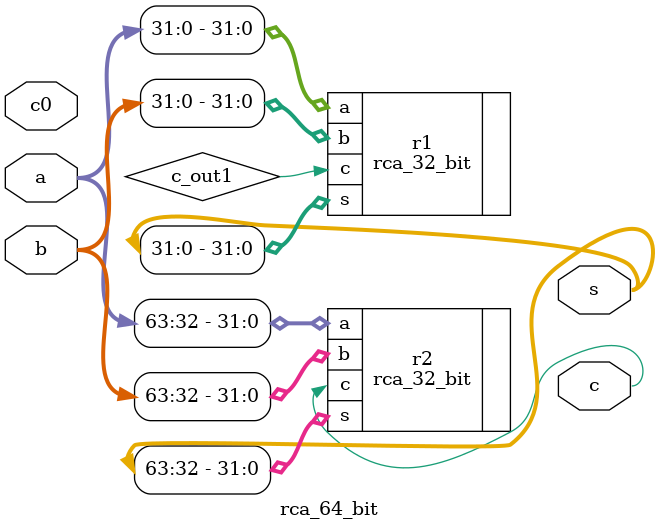
<source format=v>
`timescale 1ns / 1ps

module rca_64_bit(input[63:0] a,input[63:0] b,input c0,output [63:0] s,output c);

wire c_out1;

rca_32_bit r1 (.a(a[31:0]) , .b(b[31:0]) , .c(c0) , .s(s[31:0]) , .c(c_out1));

rca_32_bit r2 (.a(a[63:32]) , .b(b[63:32]) , .c(c_out1) , .s(s[63:32]) , .c(c)); 

endmodule

</source>
